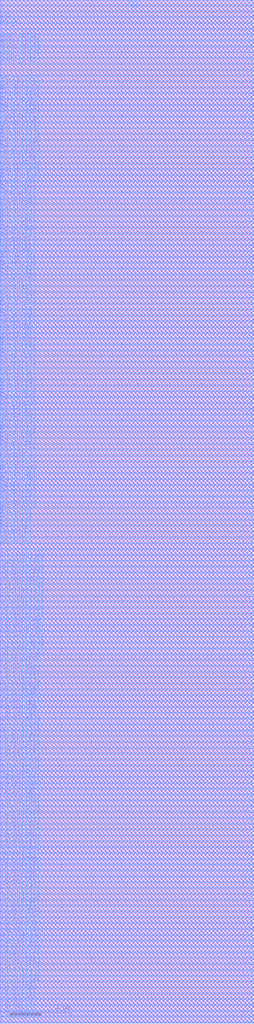
<source format=lef>
VERSION 5.7 ;
BUSBITCHARS "[]" ;
MACRO fakeram_256x128
  FOREIGN fakeram_256x128 0 0 ;
  SYMMETRY X Y R90 ;
  SIZE 16.720 BY 67.200 ;
  CLASS BLOCK ;
  PIN rd_out[0]
    DIRECTION OUTPUT ;
    USE SIGNAL ;
    SHAPE ABUTMENT ;
    PORT
      LAYER M4 ;
      RECT 0.000 0.048 0.024 0.072 ;
    END
  END rd_out[0]
  PIN rd_out[1]
    DIRECTION OUTPUT ;
    USE SIGNAL ;
    SHAPE ABUTMENT ;
    PORT
      LAYER M4 ;
      RECT 0.000 0.288 0.024 0.312 ;
    END
  END rd_out[1]
  PIN rd_out[2]
    DIRECTION OUTPUT ;
    USE SIGNAL ;
    SHAPE ABUTMENT ;
    PORT
      LAYER M4 ;
      RECT 0.000 0.528 0.024 0.552 ;
    END
  END rd_out[2]
  PIN rd_out[3]
    DIRECTION OUTPUT ;
    USE SIGNAL ;
    SHAPE ABUTMENT ;
    PORT
      LAYER M4 ;
      RECT 0.000 0.768 0.024 0.792 ;
    END
  END rd_out[3]
  PIN rd_out[4]
    DIRECTION OUTPUT ;
    USE SIGNAL ;
    SHAPE ABUTMENT ;
    PORT
      LAYER M4 ;
      RECT 0.000 1.008 0.024 1.032 ;
    END
  END rd_out[4]
  PIN rd_out[5]
    DIRECTION OUTPUT ;
    USE SIGNAL ;
    SHAPE ABUTMENT ;
    PORT
      LAYER M4 ;
      RECT 0.000 1.248 0.024 1.272 ;
    END
  END rd_out[5]
  PIN rd_out[6]
    DIRECTION OUTPUT ;
    USE SIGNAL ;
    SHAPE ABUTMENT ;
    PORT
      LAYER M4 ;
      RECT 0.000 1.488 0.024 1.512 ;
    END
  END rd_out[6]
  PIN rd_out[7]
    DIRECTION OUTPUT ;
    USE SIGNAL ;
    SHAPE ABUTMENT ;
    PORT
      LAYER M4 ;
      RECT 0.000 1.728 0.024 1.752 ;
    END
  END rd_out[7]
  PIN rd_out[8]
    DIRECTION OUTPUT ;
    USE SIGNAL ;
    SHAPE ABUTMENT ;
    PORT
      LAYER M4 ;
      RECT 0.000 1.968 0.024 1.992 ;
    END
  END rd_out[8]
  PIN rd_out[9]
    DIRECTION OUTPUT ;
    USE SIGNAL ;
    SHAPE ABUTMENT ;
    PORT
      LAYER M4 ;
      RECT 0.000 2.208 0.024 2.232 ;
    END
  END rd_out[9]
  PIN rd_out[10]
    DIRECTION OUTPUT ;
    USE SIGNAL ;
    SHAPE ABUTMENT ;
    PORT
      LAYER M4 ;
      RECT 0.000 2.448 0.024 2.472 ;
    END
  END rd_out[10]
  PIN rd_out[11]
    DIRECTION OUTPUT ;
    USE SIGNAL ;
    SHAPE ABUTMENT ;
    PORT
      LAYER M4 ;
      RECT 0.000 2.688 0.024 2.712 ;
    END
  END rd_out[11]
  PIN rd_out[12]
    DIRECTION OUTPUT ;
    USE SIGNAL ;
    SHAPE ABUTMENT ;
    PORT
      LAYER M4 ;
      RECT 0.000 2.928 0.024 2.952 ;
    END
  END rd_out[12]
  PIN rd_out[13]
    DIRECTION OUTPUT ;
    USE SIGNAL ;
    SHAPE ABUTMENT ;
    PORT
      LAYER M4 ;
      RECT 0.000 3.168 0.024 3.192 ;
    END
  END rd_out[13]
  PIN rd_out[14]
    DIRECTION OUTPUT ;
    USE SIGNAL ;
    SHAPE ABUTMENT ;
    PORT
      LAYER M4 ;
      RECT 0.000 3.408 0.024 3.432 ;
    END
  END rd_out[14]
  PIN rd_out[15]
    DIRECTION OUTPUT ;
    USE SIGNAL ;
    SHAPE ABUTMENT ;
    PORT
      LAYER M4 ;
      RECT 0.000 3.648 0.024 3.672 ;
    END
  END rd_out[15]
  PIN rd_out[16]
    DIRECTION OUTPUT ;
    USE SIGNAL ;
    SHAPE ABUTMENT ;
    PORT
      LAYER M4 ;
      RECT 0.000 3.888 0.024 3.912 ;
    END
  END rd_out[16]
  PIN rd_out[17]
    DIRECTION OUTPUT ;
    USE SIGNAL ;
    SHAPE ABUTMENT ;
    PORT
      LAYER M4 ;
      RECT 0.000 4.128 0.024 4.152 ;
    END
  END rd_out[17]
  PIN rd_out[18]
    DIRECTION OUTPUT ;
    USE SIGNAL ;
    SHAPE ABUTMENT ;
    PORT
      LAYER M4 ;
      RECT 0.000 4.368 0.024 4.392 ;
    END
  END rd_out[18]
  PIN rd_out[19]
    DIRECTION OUTPUT ;
    USE SIGNAL ;
    SHAPE ABUTMENT ;
    PORT
      LAYER M4 ;
      RECT 0.000 4.608 0.024 4.632 ;
    END
  END rd_out[19]
  PIN rd_out[20]
    DIRECTION OUTPUT ;
    USE SIGNAL ;
    SHAPE ABUTMENT ;
    PORT
      LAYER M4 ;
      RECT 0.000 4.848 0.024 4.872 ;
    END
  END rd_out[20]
  PIN rd_out[21]
    DIRECTION OUTPUT ;
    USE SIGNAL ;
    SHAPE ABUTMENT ;
    PORT
      LAYER M4 ;
      RECT 0.000 5.088 0.024 5.112 ;
    END
  END rd_out[21]
  PIN rd_out[22]
    DIRECTION OUTPUT ;
    USE SIGNAL ;
    SHAPE ABUTMENT ;
    PORT
      LAYER M4 ;
      RECT 0.000 5.328 0.024 5.352 ;
    END
  END rd_out[22]
  PIN rd_out[23]
    DIRECTION OUTPUT ;
    USE SIGNAL ;
    SHAPE ABUTMENT ;
    PORT
      LAYER M4 ;
      RECT 0.000 5.568 0.024 5.592 ;
    END
  END rd_out[23]
  PIN rd_out[24]
    DIRECTION OUTPUT ;
    USE SIGNAL ;
    SHAPE ABUTMENT ;
    PORT
      LAYER M4 ;
      RECT 0.000 5.808 0.024 5.832 ;
    END
  END rd_out[24]
  PIN rd_out[25]
    DIRECTION OUTPUT ;
    USE SIGNAL ;
    SHAPE ABUTMENT ;
    PORT
      LAYER M4 ;
      RECT 0.000 6.048 0.024 6.072 ;
    END
  END rd_out[25]
  PIN rd_out[26]
    DIRECTION OUTPUT ;
    USE SIGNAL ;
    SHAPE ABUTMENT ;
    PORT
      LAYER M4 ;
      RECT 0.000 6.288 0.024 6.312 ;
    END
  END rd_out[26]
  PIN rd_out[27]
    DIRECTION OUTPUT ;
    USE SIGNAL ;
    SHAPE ABUTMENT ;
    PORT
      LAYER M4 ;
      RECT 0.000 6.528 0.024 6.552 ;
    END
  END rd_out[27]
  PIN rd_out[28]
    DIRECTION OUTPUT ;
    USE SIGNAL ;
    SHAPE ABUTMENT ;
    PORT
      LAYER M4 ;
      RECT 0.000 6.768 0.024 6.792 ;
    END
  END rd_out[28]
  PIN rd_out[29]
    DIRECTION OUTPUT ;
    USE SIGNAL ;
    SHAPE ABUTMENT ;
    PORT
      LAYER M4 ;
      RECT 0.000 7.008 0.024 7.032 ;
    END
  END rd_out[29]
  PIN rd_out[30]
    DIRECTION OUTPUT ;
    USE SIGNAL ;
    SHAPE ABUTMENT ;
    PORT
      LAYER M4 ;
      RECT 0.000 7.248 0.024 7.272 ;
    END
  END rd_out[30]
  PIN rd_out[31]
    DIRECTION OUTPUT ;
    USE SIGNAL ;
    SHAPE ABUTMENT ;
    PORT
      LAYER M4 ;
      RECT 0.000 7.488 0.024 7.512 ;
    END
  END rd_out[31]
  PIN rd_out[32]
    DIRECTION OUTPUT ;
    USE SIGNAL ;
    SHAPE ABUTMENT ;
    PORT
      LAYER M4 ;
      RECT 0.000 7.728 0.024 7.752 ;
    END
  END rd_out[32]
  PIN rd_out[33]
    DIRECTION OUTPUT ;
    USE SIGNAL ;
    SHAPE ABUTMENT ;
    PORT
      LAYER M4 ;
      RECT 0.000 7.968 0.024 7.992 ;
    END
  END rd_out[33]
  PIN rd_out[34]
    DIRECTION OUTPUT ;
    USE SIGNAL ;
    SHAPE ABUTMENT ;
    PORT
      LAYER M4 ;
      RECT 0.000 8.208 0.024 8.232 ;
    END
  END rd_out[34]
  PIN rd_out[35]
    DIRECTION OUTPUT ;
    USE SIGNAL ;
    SHAPE ABUTMENT ;
    PORT
      LAYER M4 ;
      RECT 0.000 8.448 0.024 8.472 ;
    END
  END rd_out[35]
  PIN rd_out[36]
    DIRECTION OUTPUT ;
    USE SIGNAL ;
    SHAPE ABUTMENT ;
    PORT
      LAYER M4 ;
      RECT 0.000 8.688 0.024 8.712 ;
    END
  END rd_out[36]
  PIN rd_out[37]
    DIRECTION OUTPUT ;
    USE SIGNAL ;
    SHAPE ABUTMENT ;
    PORT
      LAYER M4 ;
      RECT 0.000 8.928 0.024 8.952 ;
    END
  END rd_out[37]
  PIN rd_out[38]
    DIRECTION OUTPUT ;
    USE SIGNAL ;
    SHAPE ABUTMENT ;
    PORT
      LAYER M4 ;
      RECT 0.000 9.168 0.024 9.192 ;
    END
  END rd_out[38]
  PIN rd_out[39]
    DIRECTION OUTPUT ;
    USE SIGNAL ;
    SHAPE ABUTMENT ;
    PORT
      LAYER M4 ;
      RECT 0.000 9.408 0.024 9.432 ;
    END
  END rd_out[39]
  PIN rd_out[40]
    DIRECTION OUTPUT ;
    USE SIGNAL ;
    SHAPE ABUTMENT ;
    PORT
      LAYER M4 ;
      RECT 0.000 9.648 0.024 9.672 ;
    END
  END rd_out[40]
  PIN rd_out[41]
    DIRECTION OUTPUT ;
    USE SIGNAL ;
    SHAPE ABUTMENT ;
    PORT
      LAYER M4 ;
      RECT 0.000 9.888 0.024 9.912 ;
    END
  END rd_out[41]
  PIN rd_out[42]
    DIRECTION OUTPUT ;
    USE SIGNAL ;
    SHAPE ABUTMENT ;
    PORT
      LAYER M4 ;
      RECT 0.000 10.128 0.024 10.152 ;
    END
  END rd_out[42]
  PIN rd_out[43]
    DIRECTION OUTPUT ;
    USE SIGNAL ;
    SHAPE ABUTMENT ;
    PORT
      LAYER M4 ;
      RECT 0.000 10.368 0.024 10.392 ;
    END
  END rd_out[43]
  PIN rd_out[44]
    DIRECTION OUTPUT ;
    USE SIGNAL ;
    SHAPE ABUTMENT ;
    PORT
      LAYER M4 ;
      RECT 0.000 10.608 0.024 10.632 ;
    END
  END rd_out[44]
  PIN rd_out[45]
    DIRECTION OUTPUT ;
    USE SIGNAL ;
    SHAPE ABUTMENT ;
    PORT
      LAYER M4 ;
      RECT 0.000 10.848 0.024 10.872 ;
    END
  END rd_out[45]
  PIN rd_out[46]
    DIRECTION OUTPUT ;
    USE SIGNAL ;
    SHAPE ABUTMENT ;
    PORT
      LAYER M4 ;
      RECT 0.000 11.088 0.024 11.112 ;
    END
  END rd_out[46]
  PIN rd_out[47]
    DIRECTION OUTPUT ;
    USE SIGNAL ;
    SHAPE ABUTMENT ;
    PORT
      LAYER M4 ;
      RECT 0.000 11.328 0.024 11.352 ;
    END
  END rd_out[47]
  PIN rd_out[48]
    DIRECTION OUTPUT ;
    USE SIGNAL ;
    SHAPE ABUTMENT ;
    PORT
      LAYER M4 ;
      RECT 0.000 11.568 0.024 11.592 ;
    END
  END rd_out[48]
  PIN rd_out[49]
    DIRECTION OUTPUT ;
    USE SIGNAL ;
    SHAPE ABUTMENT ;
    PORT
      LAYER M4 ;
      RECT 0.000 11.808 0.024 11.832 ;
    END
  END rd_out[49]
  PIN rd_out[50]
    DIRECTION OUTPUT ;
    USE SIGNAL ;
    SHAPE ABUTMENT ;
    PORT
      LAYER M4 ;
      RECT 0.000 12.048 0.024 12.072 ;
    END
  END rd_out[50]
  PIN rd_out[51]
    DIRECTION OUTPUT ;
    USE SIGNAL ;
    SHAPE ABUTMENT ;
    PORT
      LAYER M4 ;
      RECT 0.000 12.288 0.024 12.312 ;
    END
  END rd_out[51]
  PIN rd_out[52]
    DIRECTION OUTPUT ;
    USE SIGNAL ;
    SHAPE ABUTMENT ;
    PORT
      LAYER M4 ;
      RECT 0.000 12.528 0.024 12.552 ;
    END
  END rd_out[52]
  PIN rd_out[53]
    DIRECTION OUTPUT ;
    USE SIGNAL ;
    SHAPE ABUTMENT ;
    PORT
      LAYER M4 ;
      RECT 0.000 12.768 0.024 12.792 ;
    END
  END rd_out[53]
  PIN rd_out[54]
    DIRECTION OUTPUT ;
    USE SIGNAL ;
    SHAPE ABUTMENT ;
    PORT
      LAYER M4 ;
      RECT 0.000 13.008 0.024 13.032 ;
    END
  END rd_out[54]
  PIN rd_out[55]
    DIRECTION OUTPUT ;
    USE SIGNAL ;
    SHAPE ABUTMENT ;
    PORT
      LAYER M4 ;
      RECT 0.000 13.248 0.024 13.272 ;
    END
  END rd_out[55]
  PIN rd_out[56]
    DIRECTION OUTPUT ;
    USE SIGNAL ;
    SHAPE ABUTMENT ;
    PORT
      LAYER M4 ;
      RECT 0.000 13.488 0.024 13.512 ;
    END
  END rd_out[56]
  PIN rd_out[57]
    DIRECTION OUTPUT ;
    USE SIGNAL ;
    SHAPE ABUTMENT ;
    PORT
      LAYER M4 ;
      RECT 0.000 13.728 0.024 13.752 ;
    END
  END rd_out[57]
  PIN rd_out[58]
    DIRECTION OUTPUT ;
    USE SIGNAL ;
    SHAPE ABUTMENT ;
    PORT
      LAYER M4 ;
      RECT 0.000 13.968 0.024 13.992 ;
    END
  END rd_out[58]
  PIN rd_out[59]
    DIRECTION OUTPUT ;
    USE SIGNAL ;
    SHAPE ABUTMENT ;
    PORT
      LAYER M4 ;
      RECT 0.000 14.208 0.024 14.232 ;
    END
  END rd_out[59]
  PIN rd_out[60]
    DIRECTION OUTPUT ;
    USE SIGNAL ;
    SHAPE ABUTMENT ;
    PORT
      LAYER M4 ;
      RECT 0.000 14.448 0.024 14.472 ;
    END
  END rd_out[60]
  PIN rd_out[61]
    DIRECTION OUTPUT ;
    USE SIGNAL ;
    SHAPE ABUTMENT ;
    PORT
      LAYER M4 ;
      RECT 0.000 14.688 0.024 14.712 ;
    END
  END rd_out[61]
  PIN rd_out[62]
    DIRECTION OUTPUT ;
    USE SIGNAL ;
    SHAPE ABUTMENT ;
    PORT
      LAYER M4 ;
      RECT 0.000 14.928 0.024 14.952 ;
    END
  END rd_out[62]
  PIN rd_out[63]
    DIRECTION OUTPUT ;
    USE SIGNAL ;
    SHAPE ABUTMENT ;
    PORT
      LAYER M4 ;
      RECT 0.000 15.168 0.024 15.192 ;
    END
  END rd_out[63]
  PIN rd_out[64]
    DIRECTION OUTPUT ;
    USE SIGNAL ;
    SHAPE ABUTMENT ;
    PORT
      LAYER M4 ;
      RECT 0.000 15.408 0.024 15.432 ;
    END
  END rd_out[64]
  PIN rd_out[65]
    DIRECTION OUTPUT ;
    USE SIGNAL ;
    SHAPE ABUTMENT ;
    PORT
      LAYER M4 ;
      RECT 0.000 15.648 0.024 15.672 ;
    END
  END rd_out[65]
  PIN rd_out[66]
    DIRECTION OUTPUT ;
    USE SIGNAL ;
    SHAPE ABUTMENT ;
    PORT
      LAYER M4 ;
      RECT 0.000 15.888 0.024 15.912 ;
    END
  END rd_out[66]
  PIN rd_out[67]
    DIRECTION OUTPUT ;
    USE SIGNAL ;
    SHAPE ABUTMENT ;
    PORT
      LAYER M4 ;
      RECT 0.000 16.128 0.024 16.152 ;
    END
  END rd_out[67]
  PIN rd_out[68]
    DIRECTION OUTPUT ;
    USE SIGNAL ;
    SHAPE ABUTMENT ;
    PORT
      LAYER M4 ;
      RECT 0.000 16.368 0.024 16.392 ;
    END
  END rd_out[68]
  PIN rd_out[69]
    DIRECTION OUTPUT ;
    USE SIGNAL ;
    SHAPE ABUTMENT ;
    PORT
      LAYER M4 ;
      RECT 0.000 16.608 0.024 16.632 ;
    END
  END rd_out[69]
  PIN rd_out[70]
    DIRECTION OUTPUT ;
    USE SIGNAL ;
    SHAPE ABUTMENT ;
    PORT
      LAYER M4 ;
      RECT 0.000 16.848 0.024 16.872 ;
    END
  END rd_out[70]
  PIN rd_out[71]
    DIRECTION OUTPUT ;
    USE SIGNAL ;
    SHAPE ABUTMENT ;
    PORT
      LAYER M4 ;
      RECT 0.000 17.088 0.024 17.112 ;
    END
  END rd_out[71]
  PIN rd_out[72]
    DIRECTION OUTPUT ;
    USE SIGNAL ;
    SHAPE ABUTMENT ;
    PORT
      LAYER M4 ;
      RECT 0.000 17.328 0.024 17.352 ;
    END
  END rd_out[72]
  PIN rd_out[73]
    DIRECTION OUTPUT ;
    USE SIGNAL ;
    SHAPE ABUTMENT ;
    PORT
      LAYER M4 ;
      RECT 0.000 17.568 0.024 17.592 ;
    END
  END rd_out[73]
  PIN rd_out[74]
    DIRECTION OUTPUT ;
    USE SIGNAL ;
    SHAPE ABUTMENT ;
    PORT
      LAYER M4 ;
      RECT 0.000 17.808 0.024 17.832 ;
    END
  END rd_out[74]
  PIN rd_out[75]
    DIRECTION OUTPUT ;
    USE SIGNAL ;
    SHAPE ABUTMENT ;
    PORT
      LAYER M4 ;
      RECT 0.000 18.048 0.024 18.072 ;
    END
  END rd_out[75]
  PIN rd_out[76]
    DIRECTION OUTPUT ;
    USE SIGNAL ;
    SHAPE ABUTMENT ;
    PORT
      LAYER M4 ;
      RECT 0.000 18.288 0.024 18.312 ;
    END
  END rd_out[76]
  PIN rd_out[77]
    DIRECTION OUTPUT ;
    USE SIGNAL ;
    SHAPE ABUTMENT ;
    PORT
      LAYER M4 ;
      RECT 0.000 18.528 0.024 18.552 ;
    END
  END rd_out[77]
  PIN rd_out[78]
    DIRECTION OUTPUT ;
    USE SIGNAL ;
    SHAPE ABUTMENT ;
    PORT
      LAYER M4 ;
      RECT 0.000 18.768 0.024 18.792 ;
    END
  END rd_out[78]
  PIN rd_out[79]
    DIRECTION OUTPUT ;
    USE SIGNAL ;
    SHAPE ABUTMENT ;
    PORT
      LAYER M4 ;
      RECT 0.000 19.008 0.024 19.032 ;
    END
  END rd_out[79]
  PIN rd_out[80]
    DIRECTION OUTPUT ;
    USE SIGNAL ;
    SHAPE ABUTMENT ;
    PORT
      LAYER M4 ;
      RECT 0.000 19.248 0.024 19.272 ;
    END
  END rd_out[80]
  PIN rd_out[81]
    DIRECTION OUTPUT ;
    USE SIGNAL ;
    SHAPE ABUTMENT ;
    PORT
      LAYER M4 ;
      RECT 0.000 19.488 0.024 19.512 ;
    END
  END rd_out[81]
  PIN rd_out[82]
    DIRECTION OUTPUT ;
    USE SIGNAL ;
    SHAPE ABUTMENT ;
    PORT
      LAYER M4 ;
      RECT 0.000 19.728 0.024 19.752 ;
    END
  END rd_out[82]
  PIN rd_out[83]
    DIRECTION OUTPUT ;
    USE SIGNAL ;
    SHAPE ABUTMENT ;
    PORT
      LAYER M4 ;
      RECT 0.000 19.968 0.024 19.992 ;
    END
  END rd_out[83]
  PIN rd_out[84]
    DIRECTION OUTPUT ;
    USE SIGNAL ;
    SHAPE ABUTMENT ;
    PORT
      LAYER M4 ;
      RECT 0.000 20.208 0.024 20.232 ;
    END
  END rd_out[84]
  PIN rd_out[85]
    DIRECTION OUTPUT ;
    USE SIGNAL ;
    SHAPE ABUTMENT ;
    PORT
      LAYER M4 ;
      RECT 0.000 20.448 0.024 20.472 ;
    END
  END rd_out[85]
  PIN rd_out[86]
    DIRECTION OUTPUT ;
    USE SIGNAL ;
    SHAPE ABUTMENT ;
    PORT
      LAYER M4 ;
      RECT 0.000 20.688 0.024 20.712 ;
    END
  END rd_out[86]
  PIN rd_out[87]
    DIRECTION OUTPUT ;
    USE SIGNAL ;
    SHAPE ABUTMENT ;
    PORT
      LAYER M4 ;
      RECT 0.000 20.928 0.024 20.952 ;
    END
  END rd_out[87]
  PIN rd_out[88]
    DIRECTION OUTPUT ;
    USE SIGNAL ;
    SHAPE ABUTMENT ;
    PORT
      LAYER M4 ;
      RECT 0.000 21.168 0.024 21.192 ;
    END
  END rd_out[88]
  PIN rd_out[89]
    DIRECTION OUTPUT ;
    USE SIGNAL ;
    SHAPE ABUTMENT ;
    PORT
      LAYER M4 ;
      RECT 0.000 21.408 0.024 21.432 ;
    END
  END rd_out[89]
  PIN rd_out[90]
    DIRECTION OUTPUT ;
    USE SIGNAL ;
    SHAPE ABUTMENT ;
    PORT
      LAYER M4 ;
      RECT 0.000 21.648 0.024 21.672 ;
    END
  END rd_out[90]
  PIN rd_out[91]
    DIRECTION OUTPUT ;
    USE SIGNAL ;
    SHAPE ABUTMENT ;
    PORT
      LAYER M4 ;
      RECT 0.000 21.888 0.024 21.912 ;
    END
  END rd_out[91]
  PIN rd_out[92]
    DIRECTION OUTPUT ;
    USE SIGNAL ;
    SHAPE ABUTMENT ;
    PORT
      LAYER M4 ;
      RECT 0.000 22.128 0.024 22.152 ;
    END
  END rd_out[92]
  PIN rd_out[93]
    DIRECTION OUTPUT ;
    USE SIGNAL ;
    SHAPE ABUTMENT ;
    PORT
      LAYER M4 ;
      RECT 0.000 22.368 0.024 22.392 ;
    END
  END rd_out[93]
  PIN rd_out[94]
    DIRECTION OUTPUT ;
    USE SIGNAL ;
    SHAPE ABUTMENT ;
    PORT
      LAYER M4 ;
      RECT 0.000 22.608 0.024 22.632 ;
    END
  END rd_out[94]
  PIN rd_out[95]
    DIRECTION OUTPUT ;
    USE SIGNAL ;
    SHAPE ABUTMENT ;
    PORT
      LAYER M4 ;
      RECT 0.000 22.848 0.024 22.872 ;
    END
  END rd_out[95]
  PIN rd_out[96]
    DIRECTION OUTPUT ;
    USE SIGNAL ;
    SHAPE ABUTMENT ;
    PORT
      LAYER M4 ;
      RECT 0.000 23.088 0.024 23.112 ;
    END
  END rd_out[96]
  PIN rd_out[97]
    DIRECTION OUTPUT ;
    USE SIGNAL ;
    SHAPE ABUTMENT ;
    PORT
      LAYER M4 ;
      RECT 0.000 23.328 0.024 23.352 ;
    END
  END rd_out[97]
  PIN rd_out[98]
    DIRECTION OUTPUT ;
    USE SIGNAL ;
    SHAPE ABUTMENT ;
    PORT
      LAYER M4 ;
      RECT 0.000 23.568 0.024 23.592 ;
    END
  END rd_out[98]
  PIN rd_out[99]
    DIRECTION OUTPUT ;
    USE SIGNAL ;
    SHAPE ABUTMENT ;
    PORT
      LAYER M4 ;
      RECT 0.000 23.808 0.024 23.832 ;
    END
  END rd_out[99]
  PIN rd_out[100]
    DIRECTION OUTPUT ;
    USE SIGNAL ;
    SHAPE ABUTMENT ;
    PORT
      LAYER M4 ;
      RECT 0.000 24.048 0.024 24.072 ;
    END
  END rd_out[100]
  PIN rd_out[101]
    DIRECTION OUTPUT ;
    USE SIGNAL ;
    SHAPE ABUTMENT ;
    PORT
      LAYER M4 ;
      RECT 0.000 24.288 0.024 24.312 ;
    END
  END rd_out[101]
  PIN rd_out[102]
    DIRECTION OUTPUT ;
    USE SIGNAL ;
    SHAPE ABUTMENT ;
    PORT
      LAYER M4 ;
      RECT 0.000 24.528 0.024 24.552 ;
    END
  END rd_out[102]
  PIN rd_out[103]
    DIRECTION OUTPUT ;
    USE SIGNAL ;
    SHAPE ABUTMENT ;
    PORT
      LAYER M4 ;
      RECT 0.000 24.768 0.024 24.792 ;
    END
  END rd_out[103]
  PIN rd_out[104]
    DIRECTION OUTPUT ;
    USE SIGNAL ;
    SHAPE ABUTMENT ;
    PORT
      LAYER M4 ;
      RECT 0.000 25.008 0.024 25.032 ;
    END
  END rd_out[104]
  PIN rd_out[105]
    DIRECTION OUTPUT ;
    USE SIGNAL ;
    SHAPE ABUTMENT ;
    PORT
      LAYER M4 ;
      RECT 0.000 25.248 0.024 25.272 ;
    END
  END rd_out[105]
  PIN rd_out[106]
    DIRECTION OUTPUT ;
    USE SIGNAL ;
    SHAPE ABUTMENT ;
    PORT
      LAYER M4 ;
      RECT 0.000 25.488 0.024 25.512 ;
    END
  END rd_out[106]
  PIN rd_out[107]
    DIRECTION OUTPUT ;
    USE SIGNAL ;
    SHAPE ABUTMENT ;
    PORT
      LAYER M4 ;
      RECT 0.000 25.728 0.024 25.752 ;
    END
  END rd_out[107]
  PIN rd_out[108]
    DIRECTION OUTPUT ;
    USE SIGNAL ;
    SHAPE ABUTMENT ;
    PORT
      LAYER M4 ;
      RECT 0.000 25.968 0.024 25.992 ;
    END
  END rd_out[108]
  PIN rd_out[109]
    DIRECTION OUTPUT ;
    USE SIGNAL ;
    SHAPE ABUTMENT ;
    PORT
      LAYER M4 ;
      RECT 0.000 26.208 0.024 26.232 ;
    END
  END rd_out[109]
  PIN rd_out[110]
    DIRECTION OUTPUT ;
    USE SIGNAL ;
    SHAPE ABUTMENT ;
    PORT
      LAYER M4 ;
      RECT 0.000 26.448 0.024 26.472 ;
    END
  END rd_out[110]
  PIN rd_out[111]
    DIRECTION OUTPUT ;
    USE SIGNAL ;
    SHAPE ABUTMENT ;
    PORT
      LAYER M4 ;
      RECT 0.000 26.688 0.024 26.712 ;
    END
  END rd_out[111]
  PIN rd_out[112]
    DIRECTION OUTPUT ;
    USE SIGNAL ;
    SHAPE ABUTMENT ;
    PORT
      LAYER M4 ;
      RECT 0.000 26.928 0.024 26.952 ;
    END
  END rd_out[112]
  PIN rd_out[113]
    DIRECTION OUTPUT ;
    USE SIGNAL ;
    SHAPE ABUTMENT ;
    PORT
      LAYER M4 ;
      RECT 0.000 27.168 0.024 27.192 ;
    END
  END rd_out[113]
  PIN rd_out[114]
    DIRECTION OUTPUT ;
    USE SIGNAL ;
    SHAPE ABUTMENT ;
    PORT
      LAYER M4 ;
      RECT 0.000 27.408 0.024 27.432 ;
    END
  END rd_out[114]
  PIN rd_out[115]
    DIRECTION OUTPUT ;
    USE SIGNAL ;
    SHAPE ABUTMENT ;
    PORT
      LAYER M4 ;
      RECT 0.000 27.648 0.024 27.672 ;
    END
  END rd_out[115]
  PIN rd_out[116]
    DIRECTION OUTPUT ;
    USE SIGNAL ;
    SHAPE ABUTMENT ;
    PORT
      LAYER M4 ;
      RECT 0.000 27.888 0.024 27.912 ;
    END
  END rd_out[116]
  PIN rd_out[117]
    DIRECTION OUTPUT ;
    USE SIGNAL ;
    SHAPE ABUTMENT ;
    PORT
      LAYER M4 ;
      RECT 0.000 28.128 0.024 28.152 ;
    END
  END rd_out[117]
  PIN rd_out[118]
    DIRECTION OUTPUT ;
    USE SIGNAL ;
    SHAPE ABUTMENT ;
    PORT
      LAYER M4 ;
      RECT 0.000 28.368 0.024 28.392 ;
    END
  END rd_out[118]
  PIN rd_out[119]
    DIRECTION OUTPUT ;
    USE SIGNAL ;
    SHAPE ABUTMENT ;
    PORT
      LAYER M4 ;
      RECT 0.000 28.608 0.024 28.632 ;
    END
  END rd_out[119]
  PIN rd_out[120]
    DIRECTION OUTPUT ;
    USE SIGNAL ;
    SHAPE ABUTMENT ;
    PORT
      LAYER M4 ;
      RECT 0.000 28.848 0.024 28.872 ;
    END
  END rd_out[120]
  PIN rd_out[121]
    DIRECTION OUTPUT ;
    USE SIGNAL ;
    SHAPE ABUTMENT ;
    PORT
      LAYER M4 ;
      RECT 0.000 29.088 0.024 29.112 ;
    END
  END rd_out[121]
  PIN rd_out[122]
    DIRECTION OUTPUT ;
    USE SIGNAL ;
    SHAPE ABUTMENT ;
    PORT
      LAYER M4 ;
      RECT 0.000 29.328 0.024 29.352 ;
    END
  END rd_out[122]
  PIN rd_out[123]
    DIRECTION OUTPUT ;
    USE SIGNAL ;
    SHAPE ABUTMENT ;
    PORT
      LAYER M4 ;
      RECT 0.000 29.568 0.024 29.592 ;
    END
  END rd_out[123]
  PIN rd_out[124]
    DIRECTION OUTPUT ;
    USE SIGNAL ;
    SHAPE ABUTMENT ;
    PORT
      LAYER M4 ;
      RECT 0.000 29.808 0.024 29.832 ;
    END
  END rd_out[124]
  PIN rd_out[125]
    DIRECTION OUTPUT ;
    USE SIGNAL ;
    SHAPE ABUTMENT ;
    PORT
      LAYER M4 ;
      RECT 0.000 30.048 0.024 30.072 ;
    END
  END rd_out[125]
  PIN rd_out[126]
    DIRECTION OUTPUT ;
    USE SIGNAL ;
    SHAPE ABUTMENT ;
    PORT
      LAYER M4 ;
      RECT 0.000 30.288 0.024 30.312 ;
    END
  END rd_out[126]
  PIN rd_out[127]
    DIRECTION OUTPUT ;
    USE SIGNAL ;
    SHAPE ABUTMENT ;
    PORT
      LAYER M4 ;
      RECT 0.000 30.528 0.024 30.552 ;
    END
  END rd_out[127]
  PIN wd_in[0]
    DIRECTION INPUT ;
    USE SIGNAL ;
    SHAPE ABUTMENT ;
    PORT
      LAYER M4 ;
      RECT 0.000 31.248 0.024 31.272 ;
    END
  END wd_in[0]
  PIN wd_in[1]
    DIRECTION INPUT ;
    USE SIGNAL ;
    SHAPE ABUTMENT ;
    PORT
      LAYER M4 ;
      RECT 0.000 31.488 0.024 31.512 ;
    END
  END wd_in[1]
  PIN wd_in[2]
    DIRECTION INPUT ;
    USE SIGNAL ;
    SHAPE ABUTMENT ;
    PORT
      LAYER M4 ;
      RECT 0.000 31.728 0.024 31.752 ;
    END
  END wd_in[2]
  PIN wd_in[3]
    DIRECTION INPUT ;
    USE SIGNAL ;
    SHAPE ABUTMENT ;
    PORT
      LAYER M4 ;
      RECT 0.000 31.968 0.024 31.992 ;
    END
  END wd_in[3]
  PIN wd_in[4]
    DIRECTION INPUT ;
    USE SIGNAL ;
    SHAPE ABUTMENT ;
    PORT
      LAYER M4 ;
      RECT 0.000 32.208 0.024 32.232 ;
    END
  END wd_in[4]
  PIN wd_in[5]
    DIRECTION INPUT ;
    USE SIGNAL ;
    SHAPE ABUTMENT ;
    PORT
      LAYER M4 ;
      RECT 0.000 32.448 0.024 32.472 ;
    END
  END wd_in[5]
  PIN wd_in[6]
    DIRECTION INPUT ;
    USE SIGNAL ;
    SHAPE ABUTMENT ;
    PORT
      LAYER M4 ;
      RECT 0.000 32.688 0.024 32.712 ;
    END
  END wd_in[6]
  PIN wd_in[7]
    DIRECTION INPUT ;
    USE SIGNAL ;
    SHAPE ABUTMENT ;
    PORT
      LAYER M4 ;
      RECT 0.000 32.928 0.024 32.952 ;
    END
  END wd_in[7]
  PIN wd_in[8]
    DIRECTION INPUT ;
    USE SIGNAL ;
    SHAPE ABUTMENT ;
    PORT
      LAYER M4 ;
      RECT 0.000 33.168 0.024 33.192 ;
    END
  END wd_in[8]
  PIN wd_in[9]
    DIRECTION INPUT ;
    USE SIGNAL ;
    SHAPE ABUTMENT ;
    PORT
      LAYER M4 ;
      RECT 0.000 33.408 0.024 33.432 ;
    END
  END wd_in[9]
  PIN wd_in[10]
    DIRECTION INPUT ;
    USE SIGNAL ;
    SHAPE ABUTMENT ;
    PORT
      LAYER M4 ;
      RECT 0.000 33.648 0.024 33.672 ;
    END
  END wd_in[10]
  PIN wd_in[11]
    DIRECTION INPUT ;
    USE SIGNAL ;
    SHAPE ABUTMENT ;
    PORT
      LAYER M4 ;
      RECT 0.000 33.888 0.024 33.912 ;
    END
  END wd_in[11]
  PIN wd_in[12]
    DIRECTION INPUT ;
    USE SIGNAL ;
    SHAPE ABUTMENT ;
    PORT
      LAYER M4 ;
      RECT 0.000 34.128 0.024 34.152 ;
    END
  END wd_in[12]
  PIN wd_in[13]
    DIRECTION INPUT ;
    USE SIGNAL ;
    SHAPE ABUTMENT ;
    PORT
      LAYER M4 ;
      RECT 0.000 34.368 0.024 34.392 ;
    END
  END wd_in[13]
  PIN wd_in[14]
    DIRECTION INPUT ;
    USE SIGNAL ;
    SHAPE ABUTMENT ;
    PORT
      LAYER M4 ;
      RECT 0.000 34.608 0.024 34.632 ;
    END
  END wd_in[14]
  PIN wd_in[15]
    DIRECTION INPUT ;
    USE SIGNAL ;
    SHAPE ABUTMENT ;
    PORT
      LAYER M4 ;
      RECT 0.000 34.848 0.024 34.872 ;
    END
  END wd_in[15]
  PIN wd_in[16]
    DIRECTION INPUT ;
    USE SIGNAL ;
    SHAPE ABUTMENT ;
    PORT
      LAYER M4 ;
      RECT 0.000 35.088 0.024 35.112 ;
    END
  END wd_in[16]
  PIN wd_in[17]
    DIRECTION INPUT ;
    USE SIGNAL ;
    SHAPE ABUTMENT ;
    PORT
      LAYER M4 ;
      RECT 0.000 35.328 0.024 35.352 ;
    END
  END wd_in[17]
  PIN wd_in[18]
    DIRECTION INPUT ;
    USE SIGNAL ;
    SHAPE ABUTMENT ;
    PORT
      LAYER M4 ;
      RECT 0.000 35.568 0.024 35.592 ;
    END
  END wd_in[18]
  PIN wd_in[19]
    DIRECTION INPUT ;
    USE SIGNAL ;
    SHAPE ABUTMENT ;
    PORT
      LAYER M4 ;
      RECT 0.000 35.808 0.024 35.832 ;
    END
  END wd_in[19]
  PIN wd_in[20]
    DIRECTION INPUT ;
    USE SIGNAL ;
    SHAPE ABUTMENT ;
    PORT
      LAYER M4 ;
      RECT 0.000 36.048 0.024 36.072 ;
    END
  END wd_in[20]
  PIN wd_in[21]
    DIRECTION INPUT ;
    USE SIGNAL ;
    SHAPE ABUTMENT ;
    PORT
      LAYER M4 ;
      RECT 0.000 36.288 0.024 36.312 ;
    END
  END wd_in[21]
  PIN wd_in[22]
    DIRECTION INPUT ;
    USE SIGNAL ;
    SHAPE ABUTMENT ;
    PORT
      LAYER M4 ;
      RECT 0.000 36.528 0.024 36.552 ;
    END
  END wd_in[22]
  PIN wd_in[23]
    DIRECTION INPUT ;
    USE SIGNAL ;
    SHAPE ABUTMENT ;
    PORT
      LAYER M4 ;
      RECT 0.000 36.768 0.024 36.792 ;
    END
  END wd_in[23]
  PIN wd_in[24]
    DIRECTION INPUT ;
    USE SIGNAL ;
    SHAPE ABUTMENT ;
    PORT
      LAYER M4 ;
      RECT 0.000 37.008 0.024 37.032 ;
    END
  END wd_in[24]
  PIN wd_in[25]
    DIRECTION INPUT ;
    USE SIGNAL ;
    SHAPE ABUTMENT ;
    PORT
      LAYER M4 ;
      RECT 0.000 37.248 0.024 37.272 ;
    END
  END wd_in[25]
  PIN wd_in[26]
    DIRECTION INPUT ;
    USE SIGNAL ;
    SHAPE ABUTMENT ;
    PORT
      LAYER M4 ;
      RECT 0.000 37.488 0.024 37.512 ;
    END
  END wd_in[26]
  PIN wd_in[27]
    DIRECTION INPUT ;
    USE SIGNAL ;
    SHAPE ABUTMENT ;
    PORT
      LAYER M4 ;
      RECT 0.000 37.728 0.024 37.752 ;
    END
  END wd_in[27]
  PIN wd_in[28]
    DIRECTION INPUT ;
    USE SIGNAL ;
    SHAPE ABUTMENT ;
    PORT
      LAYER M4 ;
      RECT 0.000 37.968 0.024 37.992 ;
    END
  END wd_in[28]
  PIN wd_in[29]
    DIRECTION INPUT ;
    USE SIGNAL ;
    SHAPE ABUTMENT ;
    PORT
      LAYER M4 ;
      RECT 0.000 38.208 0.024 38.232 ;
    END
  END wd_in[29]
  PIN wd_in[30]
    DIRECTION INPUT ;
    USE SIGNAL ;
    SHAPE ABUTMENT ;
    PORT
      LAYER M4 ;
      RECT 0.000 38.448 0.024 38.472 ;
    END
  END wd_in[30]
  PIN wd_in[31]
    DIRECTION INPUT ;
    USE SIGNAL ;
    SHAPE ABUTMENT ;
    PORT
      LAYER M4 ;
      RECT 0.000 38.688 0.024 38.712 ;
    END
  END wd_in[31]
  PIN wd_in[32]
    DIRECTION INPUT ;
    USE SIGNAL ;
    SHAPE ABUTMENT ;
    PORT
      LAYER M4 ;
      RECT 0.000 38.928 0.024 38.952 ;
    END
  END wd_in[32]
  PIN wd_in[33]
    DIRECTION INPUT ;
    USE SIGNAL ;
    SHAPE ABUTMENT ;
    PORT
      LAYER M4 ;
      RECT 0.000 39.168 0.024 39.192 ;
    END
  END wd_in[33]
  PIN wd_in[34]
    DIRECTION INPUT ;
    USE SIGNAL ;
    SHAPE ABUTMENT ;
    PORT
      LAYER M4 ;
      RECT 0.000 39.408 0.024 39.432 ;
    END
  END wd_in[34]
  PIN wd_in[35]
    DIRECTION INPUT ;
    USE SIGNAL ;
    SHAPE ABUTMENT ;
    PORT
      LAYER M4 ;
      RECT 0.000 39.648 0.024 39.672 ;
    END
  END wd_in[35]
  PIN wd_in[36]
    DIRECTION INPUT ;
    USE SIGNAL ;
    SHAPE ABUTMENT ;
    PORT
      LAYER M4 ;
      RECT 0.000 39.888 0.024 39.912 ;
    END
  END wd_in[36]
  PIN wd_in[37]
    DIRECTION INPUT ;
    USE SIGNAL ;
    SHAPE ABUTMENT ;
    PORT
      LAYER M4 ;
      RECT 0.000 40.128 0.024 40.152 ;
    END
  END wd_in[37]
  PIN wd_in[38]
    DIRECTION INPUT ;
    USE SIGNAL ;
    SHAPE ABUTMENT ;
    PORT
      LAYER M4 ;
      RECT 0.000 40.368 0.024 40.392 ;
    END
  END wd_in[38]
  PIN wd_in[39]
    DIRECTION INPUT ;
    USE SIGNAL ;
    SHAPE ABUTMENT ;
    PORT
      LAYER M4 ;
      RECT 0.000 40.608 0.024 40.632 ;
    END
  END wd_in[39]
  PIN wd_in[40]
    DIRECTION INPUT ;
    USE SIGNAL ;
    SHAPE ABUTMENT ;
    PORT
      LAYER M4 ;
      RECT 0.000 40.848 0.024 40.872 ;
    END
  END wd_in[40]
  PIN wd_in[41]
    DIRECTION INPUT ;
    USE SIGNAL ;
    SHAPE ABUTMENT ;
    PORT
      LAYER M4 ;
      RECT 0.000 41.088 0.024 41.112 ;
    END
  END wd_in[41]
  PIN wd_in[42]
    DIRECTION INPUT ;
    USE SIGNAL ;
    SHAPE ABUTMENT ;
    PORT
      LAYER M4 ;
      RECT 0.000 41.328 0.024 41.352 ;
    END
  END wd_in[42]
  PIN wd_in[43]
    DIRECTION INPUT ;
    USE SIGNAL ;
    SHAPE ABUTMENT ;
    PORT
      LAYER M4 ;
      RECT 0.000 41.568 0.024 41.592 ;
    END
  END wd_in[43]
  PIN wd_in[44]
    DIRECTION INPUT ;
    USE SIGNAL ;
    SHAPE ABUTMENT ;
    PORT
      LAYER M4 ;
      RECT 0.000 41.808 0.024 41.832 ;
    END
  END wd_in[44]
  PIN wd_in[45]
    DIRECTION INPUT ;
    USE SIGNAL ;
    SHAPE ABUTMENT ;
    PORT
      LAYER M4 ;
      RECT 0.000 42.048 0.024 42.072 ;
    END
  END wd_in[45]
  PIN wd_in[46]
    DIRECTION INPUT ;
    USE SIGNAL ;
    SHAPE ABUTMENT ;
    PORT
      LAYER M4 ;
      RECT 0.000 42.288 0.024 42.312 ;
    END
  END wd_in[46]
  PIN wd_in[47]
    DIRECTION INPUT ;
    USE SIGNAL ;
    SHAPE ABUTMENT ;
    PORT
      LAYER M4 ;
      RECT 0.000 42.528 0.024 42.552 ;
    END
  END wd_in[47]
  PIN wd_in[48]
    DIRECTION INPUT ;
    USE SIGNAL ;
    SHAPE ABUTMENT ;
    PORT
      LAYER M4 ;
      RECT 0.000 42.768 0.024 42.792 ;
    END
  END wd_in[48]
  PIN wd_in[49]
    DIRECTION INPUT ;
    USE SIGNAL ;
    SHAPE ABUTMENT ;
    PORT
      LAYER M4 ;
      RECT 0.000 43.008 0.024 43.032 ;
    END
  END wd_in[49]
  PIN wd_in[50]
    DIRECTION INPUT ;
    USE SIGNAL ;
    SHAPE ABUTMENT ;
    PORT
      LAYER M4 ;
      RECT 0.000 43.248 0.024 43.272 ;
    END
  END wd_in[50]
  PIN wd_in[51]
    DIRECTION INPUT ;
    USE SIGNAL ;
    SHAPE ABUTMENT ;
    PORT
      LAYER M4 ;
      RECT 0.000 43.488 0.024 43.512 ;
    END
  END wd_in[51]
  PIN wd_in[52]
    DIRECTION INPUT ;
    USE SIGNAL ;
    SHAPE ABUTMENT ;
    PORT
      LAYER M4 ;
      RECT 0.000 43.728 0.024 43.752 ;
    END
  END wd_in[52]
  PIN wd_in[53]
    DIRECTION INPUT ;
    USE SIGNAL ;
    SHAPE ABUTMENT ;
    PORT
      LAYER M4 ;
      RECT 0.000 43.968 0.024 43.992 ;
    END
  END wd_in[53]
  PIN wd_in[54]
    DIRECTION INPUT ;
    USE SIGNAL ;
    SHAPE ABUTMENT ;
    PORT
      LAYER M4 ;
      RECT 0.000 44.208 0.024 44.232 ;
    END
  END wd_in[54]
  PIN wd_in[55]
    DIRECTION INPUT ;
    USE SIGNAL ;
    SHAPE ABUTMENT ;
    PORT
      LAYER M4 ;
      RECT 0.000 44.448 0.024 44.472 ;
    END
  END wd_in[55]
  PIN wd_in[56]
    DIRECTION INPUT ;
    USE SIGNAL ;
    SHAPE ABUTMENT ;
    PORT
      LAYER M4 ;
      RECT 0.000 44.688 0.024 44.712 ;
    END
  END wd_in[56]
  PIN wd_in[57]
    DIRECTION INPUT ;
    USE SIGNAL ;
    SHAPE ABUTMENT ;
    PORT
      LAYER M4 ;
      RECT 0.000 44.928 0.024 44.952 ;
    END
  END wd_in[57]
  PIN wd_in[58]
    DIRECTION INPUT ;
    USE SIGNAL ;
    SHAPE ABUTMENT ;
    PORT
      LAYER M4 ;
      RECT 0.000 45.168 0.024 45.192 ;
    END
  END wd_in[58]
  PIN wd_in[59]
    DIRECTION INPUT ;
    USE SIGNAL ;
    SHAPE ABUTMENT ;
    PORT
      LAYER M4 ;
      RECT 0.000 45.408 0.024 45.432 ;
    END
  END wd_in[59]
  PIN wd_in[60]
    DIRECTION INPUT ;
    USE SIGNAL ;
    SHAPE ABUTMENT ;
    PORT
      LAYER M4 ;
      RECT 0.000 45.648 0.024 45.672 ;
    END
  END wd_in[60]
  PIN wd_in[61]
    DIRECTION INPUT ;
    USE SIGNAL ;
    SHAPE ABUTMENT ;
    PORT
      LAYER M4 ;
      RECT 0.000 45.888 0.024 45.912 ;
    END
  END wd_in[61]
  PIN wd_in[62]
    DIRECTION INPUT ;
    USE SIGNAL ;
    SHAPE ABUTMENT ;
    PORT
      LAYER M4 ;
      RECT 0.000 46.128 0.024 46.152 ;
    END
  END wd_in[62]
  PIN wd_in[63]
    DIRECTION INPUT ;
    USE SIGNAL ;
    SHAPE ABUTMENT ;
    PORT
      LAYER M4 ;
      RECT 0.000 46.368 0.024 46.392 ;
    END
  END wd_in[63]
  PIN wd_in[64]
    DIRECTION INPUT ;
    USE SIGNAL ;
    SHAPE ABUTMENT ;
    PORT
      LAYER M4 ;
      RECT 0.000 46.608 0.024 46.632 ;
    END
  END wd_in[64]
  PIN wd_in[65]
    DIRECTION INPUT ;
    USE SIGNAL ;
    SHAPE ABUTMENT ;
    PORT
      LAYER M4 ;
      RECT 0.000 46.848 0.024 46.872 ;
    END
  END wd_in[65]
  PIN wd_in[66]
    DIRECTION INPUT ;
    USE SIGNAL ;
    SHAPE ABUTMENT ;
    PORT
      LAYER M4 ;
      RECT 0.000 47.088 0.024 47.112 ;
    END
  END wd_in[66]
  PIN wd_in[67]
    DIRECTION INPUT ;
    USE SIGNAL ;
    SHAPE ABUTMENT ;
    PORT
      LAYER M4 ;
      RECT 0.000 47.328 0.024 47.352 ;
    END
  END wd_in[67]
  PIN wd_in[68]
    DIRECTION INPUT ;
    USE SIGNAL ;
    SHAPE ABUTMENT ;
    PORT
      LAYER M4 ;
      RECT 0.000 47.568 0.024 47.592 ;
    END
  END wd_in[68]
  PIN wd_in[69]
    DIRECTION INPUT ;
    USE SIGNAL ;
    SHAPE ABUTMENT ;
    PORT
      LAYER M4 ;
      RECT 0.000 47.808 0.024 47.832 ;
    END
  END wd_in[69]
  PIN wd_in[70]
    DIRECTION INPUT ;
    USE SIGNAL ;
    SHAPE ABUTMENT ;
    PORT
      LAYER M4 ;
      RECT 0.000 48.048 0.024 48.072 ;
    END
  END wd_in[70]
  PIN wd_in[71]
    DIRECTION INPUT ;
    USE SIGNAL ;
    SHAPE ABUTMENT ;
    PORT
      LAYER M4 ;
      RECT 0.000 48.288 0.024 48.312 ;
    END
  END wd_in[71]
  PIN wd_in[72]
    DIRECTION INPUT ;
    USE SIGNAL ;
    SHAPE ABUTMENT ;
    PORT
      LAYER M4 ;
      RECT 0.000 48.528 0.024 48.552 ;
    END
  END wd_in[72]
  PIN wd_in[73]
    DIRECTION INPUT ;
    USE SIGNAL ;
    SHAPE ABUTMENT ;
    PORT
      LAYER M4 ;
      RECT 0.000 48.768 0.024 48.792 ;
    END
  END wd_in[73]
  PIN wd_in[74]
    DIRECTION INPUT ;
    USE SIGNAL ;
    SHAPE ABUTMENT ;
    PORT
      LAYER M4 ;
      RECT 0.000 49.008 0.024 49.032 ;
    END
  END wd_in[74]
  PIN wd_in[75]
    DIRECTION INPUT ;
    USE SIGNAL ;
    SHAPE ABUTMENT ;
    PORT
      LAYER M4 ;
      RECT 0.000 49.248 0.024 49.272 ;
    END
  END wd_in[75]
  PIN wd_in[76]
    DIRECTION INPUT ;
    USE SIGNAL ;
    SHAPE ABUTMENT ;
    PORT
      LAYER M4 ;
      RECT 0.000 49.488 0.024 49.512 ;
    END
  END wd_in[76]
  PIN wd_in[77]
    DIRECTION INPUT ;
    USE SIGNAL ;
    SHAPE ABUTMENT ;
    PORT
      LAYER M4 ;
      RECT 0.000 49.728 0.024 49.752 ;
    END
  END wd_in[77]
  PIN wd_in[78]
    DIRECTION INPUT ;
    USE SIGNAL ;
    SHAPE ABUTMENT ;
    PORT
      LAYER M4 ;
      RECT 0.000 49.968 0.024 49.992 ;
    END
  END wd_in[78]
  PIN wd_in[79]
    DIRECTION INPUT ;
    USE SIGNAL ;
    SHAPE ABUTMENT ;
    PORT
      LAYER M4 ;
      RECT 0.000 50.208 0.024 50.232 ;
    END
  END wd_in[79]
  PIN wd_in[80]
    DIRECTION INPUT ;
    USE SIGNAL ;
    SHAPE ABUTMENT ;
    PORT
      LAYER M4 ;
      RECT 0.000 50.448 0.024 50.472 ;
    END
  END wd_in[80]
  PIN wd_in[81]
    DIRECTION INPUT ;
    USE SIGNAL ;
    SHAPE ABUTMENT ;
    PORT
      LAYER M4 ;
      RECT 0.000 50.688 0.024 50.712 ;
    END
  END wd_in[81]
  PIN wd_in[82]
    DIRECTION INPUT ;
    USE SIGNAL ;
    SHAPE ABUTMENT ;
    PORT
      LAYER M4 ;
      RECT 0.000 50.928 0.024 50.952 ;
    END
  END wd_in[82]
  PIN wd_in[83]
    DIRECTION INPUT ;
    USE SIGNAL ;
    SHAPE ABUTMENT ;
    PORT
      LAYER M4 ;
      RECT 0.000 51.168 0.024 51.192 ;
    END
  END wd_in[83]
  PIN wd_in[84]
    DIRECTION INPUT ;
    USE SIGNAL ;
    SHAPE ABUTMENT ;
    PORT
      LAYER M4 ;
      RECT 0.000 51.408 0.024 51.432 ;
    END
  END wd_in[84]
  PIN wd_in[85]
    DIRECTION INPUT ;
    USE SIGNAL ;
    SHAPE ABUTMENT ;
    PORT
      LAYER M4 ;
      RECT 0.000 51.648 0.024 51.672 ;
    END
  END wd_in[85]
  PIN wd_in[86]
    DIRECTION INPUT ;
    USE SIGNAL ;
    SHAPE ABUTMENT ;
    PORT
      LAYER M4 ;
      RECT 0.000 51.888 0.024 51.912 ;
    END
  END wd_in[86]
  PIN wd_in[87]
    DIRECTION INPUT ;
    USE SIGNAL ;
    SHAPE ABUTMENT ;
    PORT
      LAYER M4 ;
      RECT 0.000 52.128 0.024 52.152 ;
    END
  END wd_in[87]
  PIN wd_in[88]
    DIRECTION INPUT ;
    USE SIGNAL ;
    SHAPE ABUTMENT ;
    PORT
      LAYER M4 ;
      RECT 0.000 52.368 0.024 52.392 ;
    END
  END wd_in[88]
  PIN wd_in[89]
    DIRECTION INPUT ;
    USE SIGNAL ;
    SHAPE ABUTMENT ;
    PORT
      LAYER M4 ;
      RECT 0.000 52.608 0.024 52.632 ;
    END
  END wd_in[89]
  PIN wd_in[90]
    DIRECTION INPUT ;
    USE SIGNAL ;
    SHAPE ABUTMENT ;
    PORT
      LAYER M4 ;
      RECT 0.000 52.848 0.024 52.872 ;
    END
  END wd_in[90]
  PIN wd_in[91]
    DIRECTION INPUT ;
    USE SIGNAL ;
    SHAPE ABUTMENT ;
    PORT
      LAYER M4 ;
      RECT 0.000 53.088 0.024 53.112 ;
    END
  END wd_in[91]
  PIN wd_in[92]
    DIRECTION INPUT ;
    USE SIGNAL ;
    SHAPE ABUTMENT ;
    PORT
      LAYER M4 ;
      RECT 0.000 53.328 0.024 53.352 ;
    END
  END wd_in[92]
  PIN wd_in[93]
    DIRECTION INPUT ;
    USE SIGNAL ;
    SHAPE ABUTMENT ;
    PORT
      LAYER M4 ;
      RECT 0.000 53.568 0.024 53.592 ;
    END
  END wd_in[93]
  PIN wd_in[94]
    DIRECTION INPUT ;
    USE SIGNAL ;
    SHAPE ABUTMENT ;
    PORT
      LAYER M4 ;
      RECT 0.000 53.808 0.024 53.832 ;
    END
  END wd_in[94]
  PIN wd_in[95]
    DIRECTION INPUT ;
    USE SIGNAL ;
    SHAPE ABUTMENT ;
    PORT
      LAYER M4 ;
      RECT 0.000 54.048 0.024 54.072 ;
    END
  END wd_in[95]
  PIN wd_in[96]
    DIRECTION INPUT ;
    USE SIGNAL ;
    SHAPE ABUTMENT ;
    PORT
      LAYER M4 ;
      RECT 0.000 54.288 0.024 54.312 ;
    END
  END wd_in[96]
  PIN wd_in[97]
    DIRECTION INPUT ;
    USE SIGNAL ;
    SHAPE ABUTMENT ;
    PORT
      LAYER M4 ;
      RECT 0.000 54.528 0.024 54.552 ;
    END
  END wd_in[97]
  PIN wd_in[98]
    DIRECTION INPUT ;
    USE SIGNAL ;
    SHAPE ABUTMENT ;
    PORT
      LAYER M4 ;
      RECT 0.000 54.768 0.024 54.792 ;
    END
  END wd_in[98]
  PIN wd_in[99]
    DIRECTION INPUT ;
    USE SIGNAL ;
    SHAPE ABUTMENT ;
    PORT
      LAYER M4 ;
      RECT 0.000 55.008 0.024 55.032 ;
    END
  END wd_in[99]
  PIN wd_in[100]
    DIRECTION INPUT ;
    USE SIGNAL ;
    SHAPE ABUTMENT ;
    PORT
      LAYER M4 ;
      RECT 0.000 55.248 0.024 55.272 ;
    END
  END wd_in[100]
  PIN wd_in[101]
    DIRECTION INPUT ;
    USE SIGNAL ;
    SHAPE ABUTMENT ;
    PORT
      LAYER M4 ;
      RECT 0.000 55.488 0.024 55.512 ;
    END
  END wd_in[101]
  PIN wd_in[102]
    DIRECTION INPUT ;
    USE SIGNAL ;
    SHAPE ABUTMENT ;
    PORT
      LAYER M4 ;
      RECT 0.000 55.728 0.024 55.752 ;
    END
  END wd_in[102]
  PIN wd_in[103]
    DIRECTION INPUT ;
    USE SIGNAL ;
    SHAPE ABUTMENT ;
    PORT
      LAYER M4 ;
      RECT 0.000 55.968 0.024 55.992 ;
    END
  END wd_in[103]
  PIN wd_in[104]
    DIRECTION INPUT ;
    USE SIGNAL ;
    SHAPE ABUTMENT ;
    PORT
      LAYER M4 ;
      RECT 0.000 56.208 0.024 56.232 ;
    END
  END wd_in[104]
  PIN wd_in[105]
    DIRECTION INPUT ;
    USE SIGNAL ;
    SHAPE ABUTMENT ;
    PORT
      LAYER M4 ;
      RECT 0.000 56.448 0.024 56.472 ;
    END
  END wd_in[105]
  PIN wd_in[106]
    DIRECTION INPUT ;
    USE SIGNAL ;
    SHAPE ABUTMENT ;
    PORT
      LAYER M4 ;
      RECT 0.000 56.688 0.024 56.712 ;
    END
  END wd_in[106]
  PIN wd_in[107]
    DIRECTION INPUT ;
    USE SIGNAL ;
    SHAPE ABUTMENT ;
    PORT
      LAYER M4 ;
      RECT 0.000 56.928 0.024 56.952 ;
    END
  END wd_in[107]
  PIN wd_in[108]
    DIRECTION INPUT ;
    USE SIGNAL ;
    SHAPE ABUTMENT ;
    PORT
      LAYER M4 ;
      RECT 0.000 57.168 0.024 57.192 ;
    END
  END wd_in[108]
  PIN wd_in[109]
    DIRECTION INPUT ;
    USE SIGNAL ;
    SHAPE ABUTMENT ;
    PORT
      LAYER M4 ;
      RECT 0.000 57.408 0.024 57.432 ;
    END
  END wd_in[109]
  PIN wd_in[110]
    DIRECTION INPUT ;
    USE SIGNAL ;
    SHAPE ABUTMENT ;
    PORT
      LAYER M4 ;
      RECT 0.000 57.648 0.024 57.672 ;
    END
  END wd_in[110]
  PIN wd_in[111]
    DIRECTION INPUT ;
    USE SIGNAL ;
    SHAPE ABUTMENT ;
    PORT
      LAYER M4 ;
      RECT 0.000 57.888 0.024 57.912 ;
    END
  END wd_in[111]
  PIN wd_in[112]
    DIRECTION INPUT ;
    USE SIGNAL ;
    SHAPE ABUTMENT ;
    PORT
      LAYER M4 ;
      RECT 0.000 58.128 0.024 58.152 ;
    END
  END wd_in[112]
  PIN wd_in[113]
    DIRECTION INPUT ;
    USE SIGNAL ;
    SHAPE ABUTMENT ;
    PORT
      LAYER M4 ;
      RECT 0.000 58.368 0.024 58.392 ;
    END
  END wd_in[113]
  PIN wd_in[114]
    DIRECTION INPUT ;
    USE SIGNAL ;
    SHAPE ABUTMENT ;
    PORT
      LAYER M4 ;
      RECT 0.000 58.608 0.024 58.632 ;
    END
  END wd_in[114]
  PIN wd_in[115]
    DIRECTION INPUT ;
    USE SIGNAL ;
    SHAPE ABUTMENT ;
    PORT
      LAYER M4 ;
      RECT 0.000 58.848 0.024 58.872 ;
    END
  END wd_in[115]
  PIN wd_in[116]
    DIRECTION INPUT ;
    USE SIGNAL ;
    SHAPE ABUTMENT ;
    PORT
      LAYER M4 ;
      RECT 0.000 59.088 0.024 59.112 ;
    END
  END wd_in[116]
  PIN wd_in[117]
    DIRECTION INPUT ;
    USE SIGNAL ;
    SHAPE ABUTMENT ;
    PORT
      LAYER M4 ;
      RECT 0.000 59.328 0.024 59.352 ;
    END
  END wd_in[117]
  PIN wd_in[118]
    DIRECTION INPUT ;
    USE SIGNAL ;
    SHAPE ABUTMENT ;
    PORT
      LAYER M4 ;
      RECT 0.000 59.568 0.024 59.592 ;
    END
  END wd_in[118]
  PIN wd_in[119]
    DIRECTION INPUT ;
    USE SIGNAL ;
    SHAPE ABUTMENT ;
    PORT
      LAYER M4 ;
      RECT 0.000 59.808 0.024 59.832 ;
    END
  END wd_in[119]
  PIN wd_in[120]
    DIRECTION INPUT ;
    USE SIGNAL ;
    SHAPE ABUTMENT ;
    PORT
      LAYER M4 ;
      RECT 0.000 60.048 0.024 60.072 ;
    END
  END wd_in[120]
  PIN wd_in[121]
    DIRECTION INPUT ;
    USE SIGNAL ;
    SHAPE ABUTMENT ;
    PORT
      LAYER M4 ;
      RECT 0.000 60.288 0.024 60.312 ;
    END
  END wd_in[121]
  PIN wd_in[122]
    DIRECTION INPUT ;
    USE SIGNAL ;
    SHAPE ABUTMENT ;
    PORT
      LAYER M4 ;
      RECT 0.000 60.528 0.024 60.552 ;
    END
  END wd_in[122]
  PIN wd_in[123]
    DIRECTION INPUT ;
    USE SIGNAL ;
    SHAPE ABUTMENT ;
    PORT
      LAYER M4 ;
      RECT 0.000 60.768 0.024 60.792 ;
    END
  END wd_in[123]
  PIN wd_in[124]
    DIRECTION INPUT ;
    USE SIGNAL ;
    SHAPE ABUTMENT ;
    PORT
      LAYER M4 ;
      RECT 0.000 61.008 0.024 61.032 ;
    END
  END wd_in[124]
  PIN wd_in[125]
    DIRECTION INPUT ;
    USE SIGNAL ;
    SHAPE ABUTMENT ;
    PORT
      LAYER M4 ;
      RECT 0.000 61.248 0.024 61.272 ;
    END
  END wd_in[125]
  PIN wd_in[126]
    DIRECTION INPUT ;
    USE SIGNAL ;
    SHAPE ABUTMENT ;
    PORT
      LAYER M4 ;
      RECT 0.000 61.488 0.024 61.512 ;
    END
  END wd_in[126]
  PIN wd_in[127]
    DIRECTION INPUT ;
    USE SIGNAL ;
    SHAPE ABUTMENT ;
    PORT
      LAYER M4 ;
      RECT 0.000 61.728 0.024 61.752 ;
    END
  END wd_in[127]
  PIN addr_in[0]
    DIRECTION INPUT ;
    USE SIGNAL ;
    SHAPE ABUTMENT ;
    PORT
      LAYER M4 ;
      RECT 0.000 62.928 0.024 62.952 ;
    END
  END addr_in[0]
  PIN addr_in[1]
    DIRECTION INPUT ;
    USE SIGNAL ;
    SHAPE ABUTMENT ;
    PORT
      LAYER M4 ;
      RECT 0.000 63.168 0.024 63.192 ;
    END
  END addr_in[1]
  PIN addr_in[2]
    DIRECTION INPUT ;
    USE SIGNAL ;
    SHAPE ABUTMENT ;
    PORT
      LAYER M4 ;
      RECT 0.000 63.408 0.024 63.432 ;
    END
  END addr_in[2]
  PIN addr_in[3]
    DIRECTION INPUT ;
    USE SIGNAL ;
    SHAPE ABUTMENT ;
    PORT
      LAYER M4 ;
      RECT 0.000 63.648 0.024 63.672 ;
    END
  END addr_in[3]
  PIN addr_in[4]
    DIRECTION INPUT ;
    USE SIGNAL ;
    SHAPE ABUTMENT ;
    PORT
      LAYER M4 ;
      RECT 0.000 63.888 0.024 63.912 ;
    END
  END addr_in[4]
  PIN addr_in[5]
    DIRECTION INPUT ;
    USE SIGNAL ;
    SHAPE ABUTMENT ;
    PORT
      LAYER M4 ;
      RECT 0.000 64.128 0.024 64.152 ;
    END
  END addr_in[5]
  PIN addr_in[6]
    DIRECTION INPUT ;
    USE SIGNAL ;
    SHAPE ABUTMENT ;
    PORT
      LAYER M4 ;
      RECT 0.000 64.368 0.024 64.392 ;
    END
  END addr_in[6]
  PIN addr_in[7]
    DIRECTION INPUT ;
    USE SIGNAL ;
    SHAPE ABUTMENT ;
    PORT
      LAYER M4 ;
      RECT 0.000 64.608 0.024 64.632 ;
    END
  END addr_in[7]
  PIN we_in
    DIRECTION INPUT ;
    USE SIGNAL ;
    SHAPE ABUTMENT ;
    PORT
      LAYER M4 ;
      RECT 0.000 65.328 0.024 65.352 ;
    END
  END we_in
  PIN ce_in
    DIRECTION INPUT ;
    USE SIGNAL ;
    SHAPE ABUTMENT ;
    PORT
      LAYER M4 ;
      RECT 0.000 65.568 0.024 65.592 ;
    END
  END ce_in
  PIN clk
    DIRECTION INPUT ;
    USE SIGNAL ;
    SHAPE ABUTMENT ;
    PORT
      LAYER M4 ;
      RECT 0.000 65.808 0.024 65.832 ;
    END
  END clk
  PIN VSS
    DIRECTION INOUT ;
    USE GROUND ;
    PORT
      LAYER M4 ;
      RECT 0.048 0.000 16.672 0.096 ;
      RECT 0.048 0.768 16.672 0.864 ;
      RECT 0.048 1.536 16.672 1.632 ;
      RECT 0.048 2.304 16.672 2.400 ;
      RECT 0.048 3.072 16.672 3.168 ;
      RECT 0.048 3.840 16.672 3.936 ;
      RECT 0.048 4.608 16.672 4.704 ;
      RECT 0.048 5.376 16.672 5.472 ;
      RECT 0.048 6.144 16.672 6.240 ;
      RECT 0.048 6.912 16.672 7.008 ;
      RECT 0.048 7.680 16.672 7.776 ;
      RECT 0.048 8.448 16.672 8.544 ;
      RECT 0.048 9.216 16.672 9.312 ;
      RECT 0.048 9.984 16.672 10.080 ;
      RECT 0.048 10.752 16.672 10.848 ;
      RECT 0.048 11.520 16.672 11.616 ;
      RECT 0.048 12.288 16.672 12.384 ;
      RECT 0.048 13.056 16.672 13.152 ;
      RECT 0.048 13.824 16.672 13.920 ;
      RECT 0.048 14.592 16.672 14.688 ;
      RECT 0.048 15.360 16.672 15.456 ;
      RECT 0.048 16.128 16.672 16.224 ;
      RECT 0.048 16.896 16.672 16.992 ;
      RECT 0.048 17.664 16.672 17.760 ;
      RECT 0.048 18.432 16.672 18.528 ;
      RECT 0.048 19.200 16.672 19.296 ;
      RECT 0.048 19.968 16.672 20.064 ;
      RECT 0.048 20.736 16.672 20.832 ;
      RECT 0.048 21.504 16.672 21.600 ;
      RECT 0.048 22.272 16.672 22.368 ;
      RECT 0.048 23.040 16.672 23.136 ;
      RECT 0.048 23.808 16.672 23.904 ;
      RECT 0.048 24.576 16.672 24.672 ;
      RECT 0.048 25.344 16.672 25.440 ;
      RECT 0.048 26.112 16.672 26.208 ;
      RECT 0.048 26.880 16.672 26.976 ;
      RECT 0.048 27.648 16.672 27.744 ;
      RECT 0.048 28.416 16.672 28.512 ;
      RECT 0.048 29.184 16.672 29.280 ;
      RECT 0.048 29.952 16.672 30.048 ;
      RECT 0.048 30.720 16.672 30.816 ;
      RECT 0.048 31.488 16.672 31.584 ;
      RECT 0.048 32.256 16.672 32.352 ;
      RECT 0.048 33.024 16.672 33.120 ;
      RECT 0.048 33.792 16.672 33.888 ;
      RECT 0.048 34.560 16.672 34.656 ;
      RECT 0.048 35.328 16.672 35.424 ;
      RECT 0.048 36.096 16.672 36.192 ;
      RECT 0.048 36.864 16.672 36.960 ;
      RECT 0.048 37.632 16.672 37.728 ;
      RECT 0.048 38.400 16.672 38.496 ;
      RECT 0.048 39.168 16.672 39.264 ;
      RECT 0.048 39.936 16.672 40.032 ;
      RECT 0.048 40.704 16.672 40.800 ;
      RECT 0.048 41.472 16.672 41.568 ;
      RECT 0.048 42.240 16.672 42.336 ;
      RECT 0.048 43.008 16.672 43.104 ;
      RECT 0.048 43.776 16.672 43.872 ;
      RECT 0.048 44.544 16.672 44.640 ;
      RECT 0.048 45.312 16.672 45.408 ;
      RECT 0.048 46.080 16.672 46.176 ;
      RECT 0.048 46.848 16.672 46.944 ;
      RECT 0.048 47.616 16.672 47.712 ;
      RECT 0.048 48.384 16.672 48.480 ;
      RECT 0.048 49.152 16.672 49.248 ;
      RECT 0.048 49.920 16.672 50.016 ;
      RECT 0.048 50.688 16.672 50.784 ;
      RECT 0.048 51.456 16.672 51.552 ;
      RECT 0.048 52.224 16.672 52.320 ;
      RECT 0.048 52.992 16.672 53.088 ;
      RECT 0.048 53.760 16.672 53.856 ;
      RECT 0.048 54.528 16.672 54.624 ;
      RECT 0.048 55.296 16.672 55.392 ;
      RECT 0.048 56.064 16.672 56.160 ;
      RECT 0.048 56.832 16.672 56.928 ;
      RECT 0.048 57.600 16.672 57.696 ;
      RECT 0.048 58.368 16.672 58.464 ;
      RECT 0.048 59.136 16.672 59.232 ;
      RECT 0.048 59.904 16.672 60.000 ;
      RECT 0.048 60.672 16.672 60.768 ;
      RECT 0.048 61.440 16.672 61.536 ;
      RECT 0.048 62.208 16.672 62.304 ;
      RECT 0.048 62.976 16.672 63.072 ;
      RECT 0.048 63.744 16.672 63.840 ;
      RECT 0.048 64.512 16.672 64.608 ;
      RECT 0.048 65.280 16.672 65.376 ;
      RECT 0.048 66.048 16.672 66.144 ;
      RECT 0.048 66.816 16.672 66.912 ;
    END
  END VSS
  PIN VDD
    DIRECTION INOUT ;
    USE POWER ;
    PORT
      LAYER M4 ;
      RECT 0.048 0.384 16.672 0.480 ;
      RECT 0.048 1.152 16.672 1.248 ;
      RECT 0.048 1.920 16.672 2.016 ;
      RECT 0.048 2.688 16.672 2.784 ;
      RECT 0.048 3.456 16.672 3.552 ;
      RECT 0.048 4.224 16.672 4.320 ;
      RECT 0.048 4.992 16.672 5.088 ;
      RECT 0.048 5.760 16.672 5.856 ;
      RECT 0.048 6.528 16.672 6.624 ;
      RECT 0.048 7.296 16.672 7.392 ;
      RECT 0.048 8.064 16.672 8.160 ;
      RECT 0.048 8.832 16.672 8.928 ;
      RECT 0.048 9.600 16.672 9.696 ;
      RECT 0.048 10.368 16.672 10.464 ;
      RECT 0.048 11.136 16.672 11.232 ;
      RECT 0.048 11.904 16.672 12.000 ;
      RECT 0.048 12.672 16.672 12.768 ;
      RECT 0.048 13.440 16.672 13.536 ;
      RECT 0.048 14.208 16.672 14.304 ;
      RECT 0.048 14.976 16.672 15.072 ;
      RECT 0.048 15.744 16.672 15.840 ;
      RECT 0.048 16.512 16.672 16.608 ;
      RECT 0.048 17.280 16.672 17.376 ;
      RECT 0.048 18.048 16.672 18.144 ;
      RECT 0.048 18.816 16.672 18.912 ;
      RECT 0.048 19.584 16.672 19.680 ;
      RECT 0.048 20.352 16.672 20.448 ;
      RECT 0.048 21.120 16.672 21.216 ;
      RECT 0.048 21.888 16.672 21.984 ;
      RECT 0.048 22.656 16.672 22.752 ;
      RECT 0.048 23.424 16.672 23.520 ;
      RECT 0.048 24.192 16.672 24.288 ;
      RECT 0.048 24.960 16.672 25.056 ;
      RECT 0.048 25.728 16.672 25.824 ;
      RECT 0.048 26.496 16.672 26.592 ;
      RECT 0.048 27.264 16.672 27.360 ;
      RECT 0.048 28.032 16.672 28.128 ;
      RECT 0.048 28.800 16.672 28.896 ;
      RECT 0.048 29.568 16.672 29.664 ;
      RECT 0.048 30.336 16.672 30.432 ;
      RECT 0.048 31.104 16.672 31.200 ;
      RECT 0.048 31.872 16.672 31.968 ;
      RECT 0.048 32.640 16.672 32.736 ;
      RECT 0.048 33.408 16.672 33.504 ;
      RECT 0.048 34.176 16.672 34.272 ;
      RECT 0.048 34.944 16.672 35.040 ;
      RECT 0.048 35.712 16.672 35.808 ;
      RECT 0.048 36.480 16.672 36.576 ;
      RECT 0.048 37.248 16.672 37.344 ;
      RECT 0.048 38.016 16.672 38.112 ;
      RECT 0.048 38.784 16.672 38.880 ;
      RECT 0.048 39.552 16.672 39.648 ;
      RECT 0.048 40.320 16.672 40.416 ;
      RECT 0.048 41.088 16.672 41.184 ;
      RECT 0.048 41.856 16.672 41.952 ;
      RECT 0.048 42.624 16.672 42.720 ;
      RECT 0.048 43.392 16.672 43.488 ;
      RECT 0.048 44.160 16.672 44.256 ;
      RECT 0.048 44.928 16.672 45.024 ;
      RECT 0.048 45.696 16.672 45.792 ;
      RECT 0.048 46.464 16.672 46.560 ;
      RECT 0.048 47.232 16.672 47.328 ;
      RECT 0.048 48.000 16.672 48.096 ;
      RECT 0.048 48.768 16.672 48.864 ;
      RECT 0.048 49.536 16.672 49.632 ;
      RECT 0.048 50.304 16.672 50.400 ;
      RECT 0.048 51.072 16.672 51.168 ;
      RECT 0.048 51.840 16.672 51.936 ;
      RECT 0.048 52.608 16.672 52.704 ;
      RECT 0.048 53.376 16.672 53.472 ;
      RECT 0.048 54.144 16.672 54.240 ;
      RECT 0.048 54.912 16.672 55.008 ;
      RECT 0.048 55.680 16.672 55.776 ;
      RECT 0.048 56.448 16.672 56.544 ;
      RECT 0.048 57.216 16.672 57.312 ;
      RECT 0.048 57.984 16.672 58.080 ;
      RECT 0.048 58.752 16.672 58.848 ;
      RECT 0.048 59.520 16.672 59.616 ;
      RECT 0.048 60.288 16.672 60.384 ;
      RECT 0.048 61.056 16.672 61.152 ;
      RECT 0.048 61.824 16.672 61.920 ;
      RECT 0.048 62.592 16.672 62.688 ;
      RECT 0.048 63.360 16.672 63.456 ;
      RECT 0.048 64.128 16.672 64.224 ;
      RECT 0.048 64.896 16.672 64.992 ;
      RECT 0.048 65.664 16.672 65.760 ;
      RECT 0.048 66.432 16.672 66.528 ;
    END
  END VDD
  OBS
    LAYER M1 ;
    RECT 0 0 16.720 67.200 ;
    LAYER M2 ;
    RECT 0 0 16.720 67.200 ;
    LAYER M3 ;
    RECT 0 0 16.720 67.200 ;
    LAYER M4 ;
    RECT 0.1 0 16.620 67.200 ;
  END
END fakeram_256x128

END LIBRARY

</source>
